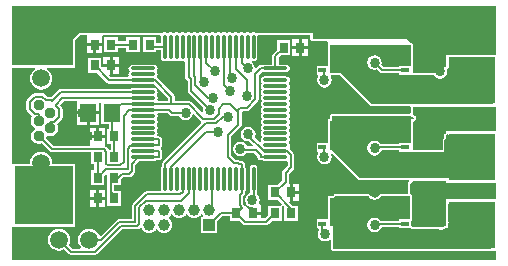
<source format=gtl>
G04 Layer_Physical_Order=1*
G04 Layer_Color=255*
%FSLAX24Y24*%
%MOIN*%
G70*
G01*
G75*
%ADD10R,0.0315X0.0354*%
%ADD11R,0.0551X0.0591*%
%ADD12R,0.0256X0.0157*%
%ADD13R,0.0984X0.0965*%
%ADD14O,0.0118X0.0827*%
%ADD15O,0.0827X0.0118*%
%ADD16R,0.1969X0.1969*%
%ADD17R,0.1575X0.1575*%
%ADD18C,0.0060*%
%ADD19C,0.0080*%
%ADD20C,0.0080*%
%ADD21C,0.0394*%
%ADD22R,0.0394X0.0394*%
%ADD23R,0.0591X0.0591*%
%ADD24C,0.0591*%
%ADD25C,0.0370*%
%ADD26C,0.0340*%
G36*
X184486Y130198D02*
X182843D01*
Y129767D01*
X181831Y129734D01*
X181778Y129682D01*
X181732Y129701D01*
Y130522D01*
X181728Y130526D01*
X181723Y130549D01*
X181708Y130572D01*
X181685Y130588D01*
X181662Y130592D01*
X181535Y130718D01*
X178386D01*
Y130915D01*
X176502D01*
X176468Y130939D01*
X176417Y130949D01*
X176367Y130939D01*
X176332Y130915D01*
X176305D01*
X176271Y130939D01*
X176220Y130949D01*
X176170Y130939D01*
X176135Y130915D01*
X176109D01*
X176074Y130939D01*
X176024Y130949D01*
X175973Y130939D01*
X175939Y130915D01*
X175912D01*
X175877Y130939D01*
X175827Y130949D01*
X175776Y130939D01*
X175742Y130915D01*
X175715D01*
X175680Y130939D01*
X175630Y130949D01*
X175580Y130939D01*
X175545Y130915D01*
X175518D01*
X175483Y130939D01*
X175433Y130949D01*
X175383Y130939D01*
X175348Y130915D01*
X175321D01*
X175287Y130939D01*
X175236Y130949D01*
X175186Y130939D01*
X175151Y130915D01*
X175124D01*
X175090Y130939D01*
X175039Y130949D01*
X174989Y130939D01*
X174954Y130915D01*
X174928D01*
X174893Y130939D01*
X174843Y130949D01*
X174792Y130939D01*
X174758Y130915D01*
X174731D01*
X174696Y130939D01*
X174646Y130949D01*
X174595Y130939D01*
X174561Y130915D01*
X174534D01*
X174499Y130939D01*
X174449Y130949D01*
X174398Y130939D01*
X174364Y130915D01*
X174337D01*
X174302Y130939D01*
X174252Y130949D01*
X174202Y130939D01*
X174167Y130915D01*
X174140D01*
X174105Y130939D01*
X174055Y130949D01*
X174005Y130939D01*
X173970Y130915D01*
X173943D01*
X173909Y130939D01*
X173858Y130949D01*
X173808Y130939D01*
X173773Y130915D01*
X173746D01*
X173712Y130939D01*
X173661Y130949D01*
X173611Y130939D01*
X173576Y130915D01*
X173550D01*
X173515Y130939D01*
X173465Y130949D01*
X173414Y130939D01*
X173380Y130915D01*
X170610D01*
X170315Y130620D01*
X169921D01*
Y129833D01*
X168370D01*
Y131805D01*
X184486D01*
Y130198D01*
D02*
G37*
G36*
X181634Y124701D02*
X181273D01*
Y124654D01*
X180650D01*
X180626Y124691D01*
X180546Y124744D01*
X180453Y124762D01*
X180359Y124744D01*
X180280Y124691D01*
X180227Y124611D01*
X180208Y124518D01*
X180227Y124424D01*
X180280Y124345D01*
X180359Y124292D01*
X180453Y124273D01*
X180546Y124292D01*
X180626Y124345D01*
X180679Y124424D01*
X180684Y124450D01*
X181273D01*
Y124403D01*
X181657D01*
Y124384D01*
X182578D01*
X182580Y124382D01*
X182673Y124364D01*
X182767Y124382D01*
X182769Y124384D01*
X182782D01*
Y124392D01*
X182822Y124419D01*
X182913D01*
Y124585D01*
X182918Y124609D01*
X182913Y124632D01*
Y125207D01*
X184390D01*
Y123829D01*
X184291Y123730D01*
X179075D01*
Y125404D01*
X179140Y125469D01*
X180252D01*
X180280Y125427D01*
X180359Y125374D01*
X180453Y125356D01*
X180546Y125374D01*
X180626Y125427D01*
X180653Y125469D01*
X181634D01*
Y124701D01*
D02*
G37*
G36*
X181761Y128096D02*
X181749Y128047D01*
X181657D01*
Y127260D01*
X181273D01*
Y127213D01*
X180650D01*
X180626Y127250D01*
X180546Y127303D01*
X180453Y127321D01*
X180359Y127303D01*
X180280Y127250D01*
X180227Y127170D01*
X180208Y127077D01*
X180227Y126983D01*
X180280Y126904D01*
X180359Y126851D01*
X180453Y126832D01*
X180546Y126851D01*
X180626Y126904D01*
X180679Y126983D01*
X180684Y127009D01*
X181273D01*
Y126962D01*
X181657D01*
Y126943D01*
X182782D01*
Y127345D01*
X182820Y127401D01*
X182838Y127495D01*
X182836Y127508D01*
X182875Y127539D01*
X183012Y127470D01*
X184390D01*
Y126093D01*
X179961D01*
X178976Y127077D01*
Y127976D01*
X179004Y127981D01*
X179027Y127997D01*
X179042Y128020D01*
X179048Y128047D01*
Y128159D01*
X181634D01*
X181761Y128096D01*
D02*
G37*
G36*
X181657Y129819D02*
X181273D01*
Y129772D01*
X180756D01*
X180681Y129847D01*
X180697Y129931D01*
X180679Y130025D01*
X180626Y130104D01*
X180546Y130157D01*
X180453Y130176D01*
X180359Y130157D01*
X180280Y130104D01*
X180227Y130025D01*
X180208Y129931D01*
X180227Y129837D01*
X180280Y129758D01*
X180359Y129705D01*
X180453Y129686D01*
X180537Y129703D01*
X180641Y129598D01*
X180675Y129576D01*
X180714Y129568D01*
X181273D01*
Y129522D01*
X181657D01*
Y129502D01*
X182439D01*
X182465Y129463D01*
X182544Y129410D01*
X182638Y129391D01*
X182731Y129410D01*
X182811Y129463D01*
X182864Y129542D01*
X182882Y129636D01*
X182873Y129684D01*
X182914Y129734D01*
X184390D01*
Y128553D01*
X180354D01*
X179567Y129341D01*
X178976Y129931D01*
Y130522D01*
X181657D01*
Y129819D01*
D02*
G37*
G36*
X184486Y127639D02*
X182843D01*
Y127601D01*
X182843Y127601D01*
X182832Y127595D01*
X182792Y127565D01*
X182785Y127556D01*
X182776Y127548D01*
X182775Y127546D01*
X182774Y127544D01*
X182770Y127533D01*
X182766Y127522D01*
Y127520D01*
X182765Y127518D01*
X182766Y127506D01*
Y127496D01*
X182752Y127429D01*
X182722Y127384D01*
X182720Y127378D01*
X182716Y127372D01*
X182714Y127365D01*
X182712Y127359D01*
Y127352D01*
X182710Y127345D01*
Y127014D01*
X181732D01*
Y127937D01*
X181761Y127977D01*
X181768Y127980D01*
X181777Y127981D01*
X181781Y127985D01*
X181787Y127987D01*
X181793Y127992D01*
X181800Y127997D01*
X181803Y128002D01*
X181807Y128006D01*
X181811Y128013D01*
X181815Y128020D01*
X181816Y128026D01*
X181819Y128031D01*
X181830Y128080D01*
X181830Y128085D01*
X181832Y128091D01*
X181831Y128099D01*
X181831Y128107D01*
X181829Y128113D01*
X181828Y128119D01*
X181824Y128126D01*
X181821Y128134D01*
X181817Y128138D01*
X181815Y128143D01*
X181808Y128148D01*
X181802Y128154D01*
X181797Y128156D01*
X181793Y128160D01*
X181732Y128190D01*
Y128455D01*
X184486D01*
Y127639D01*
D02*
G37*
G36*
X178314Y130718D02*
X178320Y130691D01*
X178335Y130668D01*
X178359Y130653D01*
X178386Y130647D01*
X178879D01*
X178901Y130606D01*
Y130571D01*
Y129819D01*
X178518D01*
Y129522D01*
X178552D01*
X178578Y129472D01*
X178553Y129434D01*
X178535Y129341D01*
X178553Y129247D01*
X178607Y129167D01*
X178686Y129114D01*
X178780Y129096D01*
X178873Y129114D01*
X178953Y129167D01*
X179006Y129247D01*
X179024Y129341D01*
X179006Y129434D01*
X178990Y129458D01*
X179013Y129502D01*
X179305D01*
X179516Y129290D01*
X180304Y128503D01*
X180327Y128487D01*
X180354Y128482D01*
X181639D01*
X181661Y128455D01*
Y128276D01*
X181650Y128254D01*
X181634Y128231D01*
X179048D01*
X179020Y128225D01*
X178997Y128210D01*
X178982Y128187D01*
X178976Y128159D01*
Y128047D01*
X178901D01*
Y127260D01*
X178518D01*
Y126962D01*
X178552D01*
X178578Y126912D01*
X178553Y126875D01*
X178535Y126782D01*
X178553Y126688D01*
X178606Y126608D01*
X178686Y126555D01*
X178780Y126537D01*
X178873Y126555D01*
X178874Y126556D01*
X178926Y126591D01*
D01*
X178953Y126608D01*
X179006Y126688D01*
X179024Y126782D01*
X179006Y126875D01*
X179004Y126877D01*
X179043Y126909D01*
X179910Y126042D01*
X179933Y126027D01*
X179961Y126021D01*
X181593D01*
X181612Y125975D01*
X181583Y125946D01*
X181568Y125923D01*
X181562Y125896D01*
Y125540D01*
X180653D01*
X180646Y125539D01*
X180639D01*
X180633Y125536D01*
X180626Y125535D01*
X180620Y125531D01*
X180614Y125528D01*
X180609Y125523D01*
X180603Y125519D01*
X180599Y125513D01*
X180594Y125508D01*
X180574Y125479D01*
X180519Y125442D01*
X180453Y125428D01*
X180387Y125442D01*
X180331Y125479D01*
X180312Y125508D01*
X180307Y125513D01*
X180303Y125519D01*
X180297Y125523D01*
X180292Y125528D01*
X180285Y125531D01*
X180279Y125535D01*
X180273Y125536D01*
X180266Y125539D01*
X180259D01*
X180252Y125540D01*
X179140D01*
X179113Y125535D01*
X179089Y125519D01*
X179059Y125488D01*
X178901D01*
Y124701D01*
X178518D01*
Y124419D01*
Y124403D01*
X178576D01*
X178595Y124353D01*
X178570Y124316D01*
X178551Y124222D01*
X178570Y124129D01*
X178623Y124049D01*
X178702Y123996D01*
X178796Y123978D01*
X178890Y123996D01*
X178953Y124039D01*
X179003Y124018D01*
Y123730D01*
X179009Y123703D01*
X179024Y123680D01*
X179047Y123664D01*
X179075Y123659D01*
X184291D01*
X184298Y123660D01*
X184486D01*
Y123361D01*
X168370D01*
Y124400D01*
X168375Y124448D01*
X168420Y124448D01*
X170483D01*
Y126556D01*
X169732D01*
X169707Y126585D01*
X169694Y126680D01*
X169658Y126769D01*
X169599Y126845D01*
X169523Y126904D01*
X169434Y126941D01*
X169339Y126953D01*
X169243Y126941D01*
X169154Y126904D01*
X169078Y126845D01*
X169020Y126769D01*
X168983Y126680D01*
X168970Y126585D01*
X168945Y126556D01*
X168375Y126556D01*
X168370Y126604D01*
Y129761D01*
X169132D01*
X169137Y129751D01*
X169145Y129711D01*
X169078Y129660D01*
X169020Y129584D01*
X168983Y129495D01*
X168970Y129400D01*
X168983Y129304D01*
X169020Y129215D01*
X169078Y129139D01*
X169154Y129081D01*
X169243Y129044D01*
X169339Y129031D01*
X169434Y129044D01*
X169523Y129081D01*
X169599Y129139D01*
X169658Y129215D01*
X169694Y129304D01*
X169707Y129400D01*
X169694Y129495D01*
X169658Y129584D01*
X169599Y129660D01*
X169532Y129711D01*
X169540Y129751D01*
X169545Y129761D01*
X169921D01*
X169928Y129763D01*
X170483D01*
Y130688D01*
X170640Y130844D01*
X170853D01*
X170865Y130799D01*
X170865Y130794D01*
Y130572D01*
X171122D01*
X171380D01*
Y130794D01*
X171380Y130799D01*
X171391Y130844D01*
X173311D01*
X173333Y130817D01*
Y130575D01*
X173180D01*
Y130769D01*
X172725D01*
Y130274D01*
X173180D01*
Y130350D01*
X173333D01*
Y130108D01*
X173343Y130058D01*
X173372Y130015D01*
X173414Y129987D01*
X173465Y129977D01*
X173515Y129987D01*
X173523Y129992D01*
X173563Y130012D01*
X173603Y129992D01*
X173611Y129987D01*
X173661Y129977D01*
X173712Y129987D01*
X173720Y129992D01*
X173760Y130012D01*
X173799Y129992D01*
X173808Y129987D01*
X173858Y129977D01*
X173909Y129987D01*
X173917Y129992D01*
X173957Y130012D01*
X173996Y129992D01*
X174005Y129987D01*
X174055Y129977D01*
X174090Y129984D01*
X174140Y129954D01*
Y129453D01*
X174140Y129453D01*
X174148Y129410D01*
X174173Y129374D01*
X174218Y129328D01*
Y128987D01*
X174218Y128987D01*
X174227Y128944D01*
X174251Y128907D01*
X174741Y128418D01*
X174726Y128346D01*
X174735Y128302D01*
X174689Y128277D01*
X174349Y128617D01*
X174312Y128641D01*
X174270Y128650D01*
X174270Y128650D01*
X173789D01*
Y128797D01*
X173789Y128797D01*
X173780Y128840D01*
X173756Y128876D01*
X173756Y128876D01*
X173212Y129420D01*
X173209Y129482D01*
X173212Y129487D01*
X173222Y129537D01*
X173212Y129588D01*
X173206Y129596D01*
X173186Y129636D01*
X173206Y129675D01*
X173212Y129684D01*
X173222Y129734D01*
X173212Y129785D01*
X173184Y129827D01*
X173141Y129856D01*
X173091Y129866D01*
X172382D01*
X172332Y129856D01*
X172289Y129827D01*
X172260Y129785D01*
X172250Y129734D01*
X172260Y129684D01*
X172266Y129675D01*
X172286Y129636D01*
X172266Y129596D01*
X172260Y129588D01*
X172250Y129537D01*
X172257Y129503D01*
X172228Y129453D01*
X171661D01*
X171604Y129509D01*
X171623Y129556D01*
X171623D01*
Y129783D01*
X171377D01*
X171366Y129777D01*
X171350Y129789D01*
Y130080D01*
X170895D01*
Y129586D01*
X171211D01*
X171535Y129261D01*
X171535Y129261D01*
X171571Y129237D01*
X171614Y129228D01*
X171614Y129228D01*
X172317D01*
X172332Y129219D01*
X172382Y129209D01*
X173091D01*
X173103Y129211D01*
X173565Y128750D01*
Y128665D01*
X173245D01*
X173215Y128715D01*
X173222Y128750D01*
X173212Y128800D01*
X173184Y128843D01*
Y128854D01*
X173212Y128897D01*
X173222Y128947D01*
X173212Y128997D01*
X173184Y129040D01*
X173141Y129068D01*
X173091Y129078D01*
X172382D01*
X172332Y129068D01*
X172317Y129059D01*
X169992D01*
X169992Y129059D01*
X169949Y129050D01*
X169912Y129026D01*
X169912Y129026D01*
X169669Y128783D01*
X169549D01*
X169453Y128878D01*
X169417Y128903D01*
X169374Y128911D01*
X169374Y128911D01*
X169130D01*
X169130Y128911D01*
X169087Y128903D01*
X169051Y128878D01*
X168878Y128705D01*
X168853Y128669D01*
X168845Y128626D01*
X168845Y128626D01*
Y128382D01*
X168845Y128382D01*
X168853Y128339D01*
X168878Y128302D01*
X169042Y128138D01*
X169012Y128092D01*
X168992Y127992D01*
X169012Y127893D01*
X169068Y127808D01*
X169134Y127764D01*
Y127708D01*
X169068Y127664D01*
X169012Y127580D01*
X168992Y127480D01*
X169012Y127381D01*
X169068Y127296D01*
X169152Y127240D01*
X169252Y127220D01*
X169351Y127240D01*
X169361Y127247D01*
X169622Y126987D01*
X169655Y126964D01*
X169694Y126957D01*
X170993D01*
Y126534D01*
X171108D01*
Y126340D01*
X170993D01*
Y125845D01*
X171448D01*
Y126159D01*
X171498Y126209D01*
X171544Y126190D01*
Y125997D01*
X171539Y125972D01*
X171539Y125972D01*
Y125623D01*
X171539Y125623D01*
X171544Y125598D01*
Y125156D01*
X171999D01*
Y125651D01*
X171782D01*
X171782Y125651D01*
X171763Y125669D01*
Y125845D01*
X171999D01*
Y126043D01*
X172073Y126118D01*
X172281D01*
X172281Y126118D01*
X172324Y126126D01*
X172360Y126150D01*
X172442Y126232D01*
X172466Y126269D01*
X172475Y126312D01*
X172475Y126312D01*
Y126519D01*
X172606Y126650D01*
X173091D01*
X173141Y126660D01*
X173170Y126680D01*
X173268D01*
X173307Y126687D01*
X173340Y126709D01*
X173362Y126742D01*
X173370Y126782D01*
Y126978D01*
X173362Y127017D01*
X173340Y127050D01*
Y127103D01*
X173362Y127136D01*
X173370Y127175D01*
Y127372D01*
X173362Y127411D01*
X173340Y127444D01*
X173307Y127466D01*
X173268Y127474D01*
X173242D01*
X173216Y127513D01*
X173213Y127524D01*
X173222Y127569D01*
X173212Y127619D01*
X173206Y127628D01*
X173186Y127667D01*
X173206Y127707D01*
X173212Y127715D01*
X173222Y127766D01*
X173212Y127816D01*
X173184Y127859D01*
Y127870D01*
X173212Y127912D01*
X173222Y127963D01*
X173212Y128013D01*
X173184Y128056D01*
Y128066D01*
X173212Y128109D01*
X173222Y128159D01*
X173213Y128204D01*
X173216Y128215D01*
X173242Y128254D01*
X173554D01*
X173623Y128186D01*
X173656Y128164D01*
X173695Y128156D01*
X173933D01*
X173981Y128085D01*
X174060Y128032D01*
X174154Y128013D01*
X174247Y128032D01*
X174327Y128085D01*
X174380Y128164D01*
X174387Y128200D01*
X174435Y128214D01*
X174662Y127987D01*
X174662Y127987D01*
X174669Y127982D01*
X174678Y127919D01*
X173385Y126627D01*
X173361Y126590D01*
X173352Y126548D01*
X173352Y126548D01*
Y126472D01*
X173343Y126458D01*
X173333Y126407D01*
Y125699D01*
X173334Y125692D01*
X173293Y125642D01*
X172859D01*
X172820Y125634D01*
X172787Y125612D01*
X172408Y125233D01*
X172386Y125200D01*
X172378Y125161D01*
Y124718D01*
X171936D01*
X171897Y124710D01*
X171864Y124688D01*
X171332Y124157D01*
X171273Y124169D01*
X171256Y124210D01*
X171198Y124286D01*
X171121Y124345D01*
X171032Y124381D01*
X170937Y124394D01*
X170842Y124381D01*
X170753Y124345D01*
X170676Y124286D01*
X170618Y124210D01*
X170581Y124121D01*
X170569Y124026D01*
X170581Y123930D01*
X170618Y123841D01*
X170663Y123782D01*
X170641Y123732D01*
X170375D01*
X170259Y123848D01*
X170293Y123930D01*
X170305Y124026D01*
X170293Y124121D01*
X170256Y124210D01*
X170198Y124286D01*
X170121Y124345D01*
X170032Y124381D01*
X169937Y124394D01*
X169842Y124381D01*
X169753Y124345D01*
X169676Y124286D01*
X169618Y124210D01*
X169581Y124121D01*
X169569Y124026D01*
X169581Y123930D01*
X169618Y123841D01*
X169676Y123765D01*
X169753Y123707D01*
X169842Y123670D01*
X169937Y123657D01*
X170032Y123670D01*
X170115Y123704D01*
X170260Y123558D01*
X170293Y123536D01*
X170332Y123528D01*
X171134D01*
X171173Y123536D01*
X171206Y123558D01*
X172030Y124383D01*
X172546D01*
X172585Y124391D01*
X172618Y124413D01*
X172635Y124430D01*
X172694Y124418D01*
X172708Y124383D01*
X172751Y124327D01*
X172806Y124285D01*
X172871Y124258D01*
X172941Y124249D01*
X173011Y124258D01*
X173076Y124285D01*
X173131Y124327D01*
X173161Y124366D01*
X173171Y124370D01*
X173211D01*
X173221Y124366D01*
X173251Y124327D01*
X173306Y124285D01*
X173371Y124258D01*
X173441Y124249D01*
X173511Y124258D01*
X173576Y124285D01*
X173631Y124327D01*
X173674Y124383D01*
X173701Y124448D01*
X173710Y124518D01*
X173701Y124587D01*
X173674Y124652D01*
X173631Y124708D01*
X173593Y124738D01*
X173589Y124748D01*
Y124788D01*
X173593Y124798D01*
X173631Y124827D01*
X173661Y124866D01*
X173671Y124870D01*
X173711D01*
X173721Y124866D01*
X173751Y124827D01*
X173806Y124785D01*
X173871Y124758D01*
X173941Y124749D01*
X174011Y124758D01*
X174076Y124785D01*
X174131Y124827D01*
X174161Y124866D01*
X174171Y124870D01*
X174211D01*
X174221Y124866D01*
X174251Y124827D01*
X174306Y124785D01*
X174371Y124758D01*
X174441Y124749D01*
X174511Y124758D01*
X174576Y124785D01*
X174631Y124827D01*
X174661Y124866D01*
X174671Y124870D01*
X174711D01*
X174721Y124866D01*
X174745Y124835D01*
X174738Y124807D01*
X174724Y124785D01*
X174674D01*
Y124251D01*
X175208D01*
Y124640D01*
X175377Y124809D01*
X175619D01*
Y124664D01*
X175935D01*
X176054Y124545D01*
X176091Y124521D01*
X176134Y124512D01*
X176134Y124512D01*
X176839D01*
X176839Y124512D01*
X176882Y124521D01*
X176918Y124545D01*
X177037Y124664D01*
X177353D01*
Y125144D01*
X177399Y125168D01*
X177450Y125118D01*
Y124664D01*
X177905D01*
Y125159D01*
X177726D01*
X177608Y125277D01*
X177627Y125323D01*
X177627D01*
Y125600D01*
Y125878D01*
X177623D01*
X177611Y125891D01*
X177591Y125928D01*
X177597Y125959D01*
X177597Y125959D01*
Y126209D01*
D01*
X177748Y126360D01*
X177748Y126360D01*
X177773Y126396D01*
X177781Y126439D01*
X177781Y126439D01*
Y126852D01*
X177781Y126852D01*
X177773Y126894D01*
X177748Y126931D01*
X177622Y127058D01*
X177618Y127120D01*
X177622Y127125D01*
X177632Y127175D01*
X177622Y127226D01*
X177616Y127234D01*
X177596Y127274D01*
X177616Y127313D01*
X177622Y127322D01*
X177632Y127372D01*
X177622Y127422D01*
X177593Y127465D01*
Y127476D01*
D01*
X177622Y127519D01*
X177632Y127569D01*
X177622Y127619D01*
X177616Y127628D01*
X177596Y127667D01*
X177616Y127707D01*
X177622Y127715D01*
X177632Y127766D01*
X177622Y127816D01*
X177593Y127859D01*
Y127870D01*
X177622Y127912D01*
X177632Y127963D01*
X177622Y128013D01*
X177593Y128056D01*
Y128066D01*
X177604Y128083D01*
X177622Y128109D01*
X177632Y128159D01*
X177622Y128210D01*
X177616Y128218D01*
X177596Y128258D01*
X177605Y128276D01*
X177616Y128297D01*
X177622Y128306D01*
X177632Y128356D01*
X177622Y128407D01*
X177593Y128449D01*
Y128460D01*
X177622Y128503D01*
X177632Y128553D01*
X177622Y128604D01*
X177616Y128612D01*
X177596Y128652D01*
X177616Y128691D01*
X177622Y128700D01*
X177632Y128750D01*
X177622Y128800D01*
X177593Y128843D01*
Y128854D01*
X177608Y128876D01*
X177622Y128897D01*
X177632Y128947D01*
X177622Y128997D01*
X177593Y129040D01*
Y129051D01*
D01*
X177622Y129093D01*
X177632Y129144D01*
X177622Y129194D01*
X177616Y129203D01*
X177596Y129242D01*
X177605Y129261D01*
X177616Y129282D01*
X177622Y129290D01*
X177632Y129341D01*
X177622Y129391D01*
X177593Y129434D01*
X177550Y129462D01*
X177500Y129472D01*
X176791D01*
X176741Y129462D01*
X176698Y129434D01*
X176670Y129391D01*
X176660Y129341D01*
X176670Y129290D01*
X176675Y129282D01*
X176696Y129242D01*
X176675Y129203D01*
X176670Y129194D01*
X176660Y129144D01*
X176670Y129093D01*
X176698Y129051D01*
Y129040D01*
X176670Y128997D01*
X176660Y128947D01*
X176670Y128897D01*
X176698Y128854D01*
Y128843D01*
X176670Y128800D01*
X176660Y128750D01*
X176670Y128700D01*
X176675Y128691D01*
X176696Y128652D01*
X176675Y128612D01*
X176670Y128604D01*
X176660Y128553D01*
X176670Y128503D01*
X176698Y128460D01*
Y128449D01*
X176670Y128407D01*
X176660Y128356D01*
X176670Y128306D01*
X176675Y128297D01*
X176696Y128258D01*
X176675Y128218D01*
X176670Y128210D01*
X176660Y128159D01*
X176670Y128109D01*
X176698Y128066D01*
Y128056D01*
X176670Y128013D01*
X176660Y127963D01*
X176670Y127912D01*
X176698Y127870D01*
Y127859D01*
X176670Y127816D01*
X176660Y127766D01*
X176670Y127715D01*
X176675Y127707D01*
X176696Y127667D01*
X176675Y127628D01*
X176670Y127619D01*
X176660Y127569D01*
X176670Y127519D01*
X176698Y127476D01*
Y127465D01*
X176670Y127422D01*
X176660Y127372D01*
X176670Y127322D01*
X176675Y127313D01*
X176677Y127311D01*
X176666Y127291D01*
X176604Y127282D01*
X176452Y127434D01*
X176467Y127455D01*
X176485Y127549D01*
X176467Y127642D01*
X176414Y127722D01*
X176334Y127775D01*
X176241Y127793D01*
X176147Y127775D01*
X176068Y127722D01*
X176015Y127642D01*
X175996Y127549D01*
X176015Y127455D01*
X176068Y127376D01*
X176147Y127323D01*
X176241Y127304D01*
X176261Y127308D01*
X176388Y127181D01*
X176369Y127134D01*
X176209D01*
X176208Y127140D01*
X176155Y127220D01*
X176076Y127273D01*
X175982Y127292D01*
X175888Y127273D01*
X175809Y127220D01*
X175756Y127140D01*
X175737Y127047D01*
X175756Y126953D01*
X175809Y126874D01*
X175888Y126821D01*
X175982Y126802D01*
X176076Y126821D01*
X176155Y126874D01*
X176179Y126910D01*
X176447D01*
X176545Y126812D01*
Y126782D01*
X176554Y126739D01*
X176578Y126702D01*
X176614Y126678D01*
X176657Y126669D01*
X176727D01*
X176741Y126660D01*
X176791Y126650D01*
X177500D01*
X177507Y126651D01*
X177557Y126610D01*
Y126486D01*
X177405Y126334D01*
X177381Y126298D01*
X177373Y126255D01*
X177373Y126255D01*
Y126006D01*
X177215Y125848D01*
X176898D01*
Y125353D01*
X177215D01*
X177363Y125205D01*
X177338Y125159D01*
X177310Y125159D01*
X176898D01*
Y124843D01*
X176792Y124736D01*
X176655D01*
Y124861D01*
X176398D01*
Y124961D01*
X176655D01*
Y125189D01*
X176618D01*
X176594Y125233D01*
X176608Y125253D01*
X176627Y125347D01*
X176608Y125440D01*
X176555Y125520D01*
X176529Y125537D01*
Y125634D01*
X176539Y125648D01*
X176549Y125699D01*
Y126407D01*
X176539Y126458D01*
X176510Y126501D01*
X176468Y126529D01*
X176417Y126539D01*
X176367Y126529D01*
X176324Y126501D01*
X176296Y126458D01*
X176286Y126407D01*
Y125699D01*
X176296Y125648D01*
X176305Y125634D01*
Y125576D01*
X176288Y125573D01*
X176209Y125520D01*
X176156Y125440D01*
X176137Y125347D01*
X176156Y125253D01*
X176170Y125233D01*
X176166Y125227D01*
X176140Y125189D01*
X176090Y125189D01*
X176064Y125215D01*
Y125478D01*
X176103Y125517D01*
X176103Y125517D01*
X176127Y125554D01*
X176136Y125597D01*
X176136Y125597D01*
Y125634D01*
X176145Y125648D01*
X176155Y125699D01*
Y126407D01*
X176145Y126458D01*
X176136Y126472D01*
Y126548D01*
X176127Y126591D01*
X176103Y126627D01*
X176067Y126651D01*
X176024Y126660D01*
X175970D01*
X175940Y126680D01*
X175897Y126689D01*
X175897Y126689D01*
X175811D01*
X175664Y126836D01*
Y127462D01*
X175989Y127787D01*
X175989Y127787D01*
X176014Y127824D01*
X176022Y127866D01*
X176022Y127866D01*
Y128275D01*
X176022Y128275D01*
X176065Y128316D01*
X176188D01*
X176188Y128316D01*
X176230Y128325D01*
X176267Y128349D01*
X176552Y128634D01*
X176552Y128634D01*
X176576Y128670D01*
X176584Y128713D01*
X176584Y128713D01*
Y129509D01*
X176698Y129622D01*
X176727D01*
X176741Y129613D01*
X176791Y129603D01*
X177500D01*
X177550Y129613D01*
X177593Y129641D01*
X177622Y129684D01*
X177632Y129734D01*
X177622Y129785D01*
X177593Y129827D01*
X177550Y129856D01*
X177500Y129866D01*
X177258D01*
Y130101D01*
X177333Y130176D01*
X177649D01*
Y130620D01*
Y130670D01*
X177194D01*
Y130354D01*
X177066Y130227D01*
X177042Y130191D01*
X177034Y130148D01*
X177034Y130148D01*
Y129866D01*
X176791D01*
X176741Y129856D01*
X176727Y129846D01*
X176651D01*
X176651Y129846D01*
X176608Y129838D01*
X176572Y129814D01*
X176572Y129814D01*
X176512Y129754D01*
X176458Y129770D01*
X176447Y129828D01*
X176394Y129907D01*
X176358Y129931D01*
X176355Y129978D01*
X176367Y129987D01*
X176417Y129977D01*
X176468Y129987D01*
X176510Y130015D01*
X176539Y130058D01*
X176549Y130108D01*
Y130817D01*
X176571Y130844D01*
X178314D01*
Y130718D01*
D02*
G37*
G36*
X182843Y125924D02*
X184486D01*
Y125375D01*
X182843D01*
Y125214D01*
X182842Y125207D01*
Y124632D01*
X182843Y124625D01*
Y124618D01*
X182843Y124618D01*
Y124599D01*
X182843Y124599D01*
Y124592D01*
X182842Y124585D01*
Y124491D01*
X182822D01*
X182815Y124489D01*
X182808D01*
X182802Y124487D01*
X182795Y124485D01*
X182789Y124481D01*
X182782Y124479D01*
X182742Y124452D01*
X182740Y124450D01*
X182673Y124437D01*
X182596Y124452D01*
X182592Y124454D01*
X182585D01*
X182578Y124455D01*
X181706D01*
X181685Y124469D01*
X181669Y124472D01*
Y124640D01*
X181684Y124650D01*
X181700Y124674D01*
X181705Y124701D01*
Y125469D01*
X181700Y125496D01*
X181684Y125519D01*
X181661Y125535D01*
X181634Y125540D01*
Y125896D01*
X181732Y125994D01*
X182843D01*
Y125924D01*
D02*
G37*
G36*
X170530Y128308D02*
X170906D01*
X171281D01*
Y128596D01*
X171297Y128607D01*
X171347Y128580D01*
Y127893D01*
X171591D01*
Y127718D01*
X171544D01*
Y127223D01*
X171670D01*
Y127029D01*
X171591D01*
X171586Y127036D01*
X171491Y127131D01*
X171473Y127143D01*
X171478Y127193D01*
X171478Y127196D01*
Y127420D01*
X171220D01*
X170963D01*
Y127211D01*
X170963Y127193D01*
X170927Y127161D01*
X169736D01*
X169496Y127400D01*
X169508Y127461D01*
X169520Y127472D01*
X169551Y127491D01*
X169560Y127493D01*
X169646Y127476D01*
X169745Y127496D01*
X169830Y127552D01*
X169886Y127637D01*
X169906Y127736D01*
X169886Y127836D01*
X169855Y127882D01*
X170020Y128047D01*
X170044Y128083D01*
X170053Y128126D01*
X170053Y128126D01*
Y128370D01*
X170053Y128370D01*
X170044Y128413D01*
X170020Y128449D01*
X169964Y128506D01*
X170096Y128638D01*
X170530D01*
Y128308D01*
D02*
G37*
%LPC*%
G36*
X171170Y127748D02*
X170963D01*
Y127520D01*
X171170D01*
Y127748D01*
D02*
G37*
G36*
X177935Y125550D02*
X177727D01*
Y125323D01*
X177935D01*
Y125550D01*
D02*
G37*
G36*
X171478Y125354D02*
X171270D01*
Y125126D01*
X171478D01*
Y125354D01*
D02*
G37*
G36*
X171170D02*
X170963D01*
Y125126D01*
X171170D01*
Y125354D01*
D02*
G37*
G36*
X177935Y125878D02*
X177727D01*
Y125650D01*
X177935D01*
Y125878D01*
D02*
G37*
G36*
X171478Y125681D02*
X171270D01*
Y125454D01*
X171478D01*
Y125681D01*
D02*
G37*
G36*
X171170D02*
X170963D01*
Y125454D01*
X171170D01*
Y125681D01*
D02*
G37*
G36*
X171478Y127748D02*
X171270D01*
Y127520D01*
X171478D01*
Y127748D01*
D02*
G37*
G36*
X171380Y130472D02*
X171172D01*
Y130244D01*
X171380D01*
Y130472D01*
D02*
G37*
G36*
X171072D02*
X170865D01*
Y130244D01*
X171072D01*
Y130472D01*
D02*
G37*
G36*
X178230Y130373D02*
X178022D01*
Y130146D01*
X178230D01*
Y130373D01*
D02*
G37*
G36*
X172629Y130769D02*
X172174D01*
Y130634D01*
X171901D01*
Y130769D01*
X171446D01*
Y130274D01*
X171901D01*
Y130409D01*
X172174D01*
Y130274D01*
X172629D01*
Y130769D01*
D02*
G37*
G36*
X178230Y130700D02*
X178022D01*
Y130473D01*
X178230D01*
Y130700D01*
D02*
G37*
G36*
X177922D02*
X177715D01*
Y130620D01*
Y130473D01*
X177922D01*
Y130700D01*
D02*
G37*
G36*
X171931Y129783D02*
X171723D01*
Y129556D01*
X171931D01*
Y129783D01*
D02*
G37*
G36*
X171281Y128208D02*
X170956D01*
Y127863D01*
X171281D01*
Y128208D01*
D02*
G37*
G36*
X170856D02*
X170530D01*
Y127863D01*
X170856D01*
Y128208D01*
D02*
G37*
G36*
X177922Y130373D02*
X177715D01*
Y130146D01*
X177922D01*
Y130373D01*
D02*
G37*
G36*
X171931Y130110D02*
X171723D01*
Y129883D01*
X171931D01*
Y130110D01*
D02*
G37*
G36*
X171623D02*
X171416D01*
Y129883D01*
X171623D01*
Y130110D01*
D02*
G37*
%LPD*%
D10*
X171122Y129833D02*
D03*
X171673D02*
D03*
X171220Y127470D02*
D03*
X171772D02*
D03*
X177126Y125600D02*
D03*
X177677D02*
D03*
X171220Y126093D02*
D03*
X171772D02*
D03*
X175846Y124911D02*
D03*
X176398D02*
D03*
X177972Y130423D02*
D03*
X177421D02*
D03*
X172402Y130522D02*
D03*
X172953D02*
D03*
X171772Y126781D02*
D03*
X171220D02*
D03*
X171220Y125404D02*
D03*
X171772D02*
D03*
X177126Y124911D02*
D03*
X177677D02*
D03*
X171122Y130522D02*
D03*
X171673D02*
D03*
D11*
X170906Y128258D02*
D03*
X171693D02*
D03*
D12*
X178716Y130438D02*
D03*
Y130182D02*
D03*
Y129926D02*
D03*
Y129670D02*
D03*
X181471Y125320D02*
D03*
Y125064D02*
D03*
Y124808D02*
D03*
Y124552D02*
D03*
Y127879D02*
D03*
Y127623D02*
D03*
Y127367D02*
D03*
Y127111D02*
D03*
Y130438D02*
D03*
Y130182D02*
D03*
Y129926D02*
D03*
Y129670D02*
D03*
X178716Y125320D02*
D03*
Y125064D02*
D03*
Y124808D02*
D03*
Y124552D02*
D03*
Y127879D02*
D03*
Y127623D02*
D03*
Y127367D02*
D03*
Y127111D02*
D03*
D13*
X179464Y130054D02*
D03*
X182219Y124936D02*
D03*
Y127495D02*
D03*
Y130054D02*
D03*
X179464Y124936D02*
D03*
Y127495D02*
D03*
D14*
X173465Y130463D02*
D03*
X173661D02*
D03*
X173858D02*
D03*
X174055D02*
D03*
X174252D02*
D03*
X174449D02*
D03*
X174646D02*
D03*
X174843D02*
D03*
X175039D02*
D03*
X175236D02*
D03*
X175433D02*
D03*
X175630D02*
D03*
X175827D02*
D03*
X176024D02*
D03*
X176220D02*
D03*
X176417D02*
D03*
Y126053D02*
D03*
X176220D02*
D03*
X176024D02*
D03*
X175827D02*
D03*
X175630D02*
D03*
X175433D02*
D03*
X175236D02*
D03*
X175039D02*
D03*
X174843D02*
D03*
X174646D02*
D03*
X174449D02*
D03*
X174252D02*
D03*
X174055D02*
D03*
X173858D02*
D03*
X173661D02*
D03*
X173465D02*
D03*
D15*
X177146Y129734D02*
D03*
Y129537D02*
D03*
Y129341D02*
D03*
Y129144D02*
D03*
Y128947D02*
D03*
Y128750D02*
D03*
Y128553D02*
D03*
Y128356D02*
D03*
Y128159D02*
D03*
Y127963D02*
D03*
Y127766D02*
D03*
Y127569D02*
D03*
Y127372D02*
D03*
Y127175D02*
D03*
Y126978D02*
D03*
Y126782D02*
D03*
X172736D02*
D03*
Y126978D02*
D03*
Y127175D02*
D03*
Y127372D02*
D03*
Y127569D02*
D03*
Y127766D02*
D03*
Y127963D02*
D03*
Y128159D02*
D03*
Y128356D02*
D03*
Y128553D02*
D03*
Y128750D02*
D03*
Y128947D02*
D03*
Y129144D02*
D03*
Y129341D02*
D03*
Y129537D02*
D03*
Y129734D02*
D03*
D16*
X169429Y130817D02*
D03*
Y125502D02*
D03*
D17*
X183701Y129341D02*
D03*
Y126782D02*
D03*
Y124518D02*
D03*
D18*
X174055Y125630D02*
Y126053D01*
X173965Y125540D02*
X174055Y125630D01*
X172859Y125540D02*
X173965D01*
X174941Y124518D02*
X175335Y124911D01*
X175846D01*
X180714Y129670D02*
X181471D01*
X180453Y129931D02*
X180714Y129670D01*
X175874Y128331D02*
X175899Y128356D01*
X175854Y128331D02*
X175874D01*
X171693Y127549D02*
X171772Y127470D01*
Y126782D02*
X171772Y126781D01*
X179370Y127589D02*
X179464Y127495D01*
X179370Y127589D02*
Y127766D01*
X179272Y125128D02*
X179464Y124936D01*
X180453Y124518D02*
X180487Y124552D01*
X181471D01*
X183701Y126782D02*
Y127175D01*
X179272Y125128D02*
Y125207D01*
X179349Y127745D02*
X179370Y127766D01*
X179251Y125186D02*
X179272Y125207D01*
X172736Y128356D02*
X173596D01*
X173695Y128258D01*
X174252Y125578D02*
Y126053D01*
X173989Y125315D02*
X174252Y125578D01*
X169937Y124026D02*
X170332Y123630D01*
X171693Y127549D02*
Y128258D01*
X171772Y126782D02*
Y127470D01*
X172736Y127372D02*
X173268D01*
X173268Y127372D01*
Y127175D02*
Y127372D01*
X172736Y127175D02*
X173268D01*
X172736Y127175D02*
X172736Y127175D01*
X172736Y127137D02*
Y127175D01*
X171220Y126093D02*
X171237D01*
X171514Y126370D01*
X172316Y127137D02*
X172736D01*
X171514Y126370D02*
X172223D01*
Y127044D01*
X172316Y127137D01*
X169232Y127520D02*
Y127549D01*
Y127520D02*
X169694Y127059D01*
X171419D01*
X171514Y126964D01*
Y126563D02*
Y126964D01*
Y126563D02*
X171573Y126504D01*
X171971D01*
X172087Y126620D01*
Y128159D01*
X172283Y128356D01*
X172736D01*
X172736Y126978D02*
X173268D01*
X172736Y126978D02*
X172736Y126978D01*
X172736Y126782D02*
X173268D01*
Y126978D01*
X172818Y125315D02*
X173989D01*
X170332Y123630D02*
X171134D01*
X170937Y124026D02*
X171345D01*
X171936Y124616D01*
X173695Y128258D02*
X174154D01*
X172546Y124485D02*
X172612Y124551D01*
X171134Y123630D02*
X171988Y124485D01*
X172546D01*
X171936Y124616D02*
X172480D01*
X172612Y124551D02*
Y125108D01*
X172818Y125315D01*
X172480Y124616D02*
Y125161D01*
X172859Y125540D01*
X180487Y127111D02*
X181471D01*
X180453Y127077D02*
X180487Y127111D01*
D19*
X169696Y128651D02*
X169992Y128947D01*
X169130Y128209D02*
X169252D01*
X168957Y128382D02*
Y128626D01*
X169646Y127736D02*
Y127953D01*
X169768D01*
X169941Y128126D01*
X169992Y128947D02*
X172736D01*
X169675Y128671D02*
X169696Y128651D01*
X170049Y128750D02*
X172736D01*
X169823Y128524D02*
X170049Y128750D01*
X169374Y128799D02*
X169502Y128671D01*
X169675D01*
X168957Y128382D02*
X169130Y128209D01*
X168957Y128626D02*
X169130Y128799D01*
X169374D01*
X169252Y127992D02*
Y128209D01*
X169823Y128488D02*
X169941Y128370D01*
X169823Y128488D02*
Y128524D01*
X169941Y128126D02*
Y128370D01*
D20*
X174671Y129291D02*
Y130438D01*
X174646Y130463D02*
X174671Y130438D01*
X174330Y128987D02*
Y129375D01*
X174252Y129453D02*
Y130463D01*
Y129453D02*
X174330Y129375D01*
X174899Y128760D02*
X175079D01*
X174480Y129179D02*
X174899Y128760D01*
X174449Y129468D02*
Y130463D01*
X174480Y129179D02*
Y129437D01*
X174449Y129468D02*
X174480Y129437D01*
X174671Y129291D02*
X174764D01*
X174671Y129291D02*
X174671Y129291D01*
X174330Y128987D02*
X174971Y128346D01*
X175418Y130447D02*
X175433Y130463D01*
X175418Y129198D02*
Y130447D01*
Y129198D02*
X175630Y128986D01*
X175827Y129717D02*
X176191Y129353D01*
X175827Y129717D02*
Y130463D01*
X176191Y128839D02*
Y129353D01*
X176152Y128799D02*
X176191Y128839D01*
X176472Y129555D02*
X176651Y129734D01*
X176472Y128713D02*
Y129555D01*
X176749Y129537D02*
X177146D01*
X176622Y129411D02*
X176749Y129537D01*
X176622Y128680D02*
Y129411D01*
X176188Y128428D02*
X176472Y128713D01*
X175971Y128428D02*
X176188D01*
X175899Y128356D02*
X175971Y128428D01*
X176622Y128680D02*
X176651Y128652D01*
X176651D01*
X176622Y128623D02*
X176651Y128652D01*
X176622Y128367D02*
Y128623D01*
X175702Y127446D02*
X176622Y128367D01*
X175384Y128110D02*
X175551D01*
X175181Y127907D02*
X175384Y128110D01*
X183799Y124616D02*
Y124813D01*
X183701Y124518D02*
X183799Y124616D01*
X174839Y127627D02*
X175247D01*
X176241Y127487D02*
Y127549D01*
Y127487D02*
X176721Y127006D01*
X174824Y127907D02*
X175181D01*
X173465Y126548D02*
X174824Y127907D01*
X175087Y128066D02*
X175252Y128231D01*
X174741Y128066D02*
X175087D01*
X174270Y128538D02*
X174741Y128066D01*
X175252Y128231D02*
Y128374D01*
X173661Y126450D02*
X174839Y127627D01*
X175252Y128374D02*
X175416Y128538D01*
X175648D01*
X176382Y125347D02*
X176417Y125382D01*
X174843Y129931D02*
X175138Y129636D01*
X176024Y129931D02*
X176221Y129734D01*
X175630Y129439D02*
Y130463D01*
Y129439D02*
X175709Y129360D01*
X175648Y128538D02*
X175854Y128331D01*
X176024Y129931D02*
Y130463D01*
X177146Y129537D02*
X177542D01*
X177972Y129968D01*
Y130423D01*
X177146Y129734D02*
Y130148D01*
X177421Y130423D01*
X177146Y126978D02*
X177542D01*
X177126Y125600D02*
X177677Y125049D01*
Y124911D02*
Y125049D01*
X175846Y124911D02*
X176134Y124624D01*
X176839D01*
X177126Y124911D01*
X175846Y124911D02*
X176024Y125089D01*
X171988Y128553D02*
X172736D01*
X171693Y128258D02*
X171988Y128553D01*
X171220Y126093D02*
X171220Y126093D01*
Y126781D01*
X173677Y128536D02*
Y128797D01*
X173133Y129341D02*
X173677Y128797D01*
X176651Y129734D02*
X177146D01*
X173661Y126053D02*
Y126450D01*
X172736Y128553D02*
X173659D01*
X173677Y128536D01*
X172736Y129341D02*
X173133D01*
X176024Y130463D02*
X176024Y130463D01*
X175039Y125116D02*
Y126053D01*
X178716Y127111D02*
X178780Y127047D01*
X178780Y129341D02*
Y129606D01*
X178716Y129670D02*
X178780Y129606D01*
X177118Y127006D02*
X177146Y126978D01*
X175897Y126577D02*
X175926Y126548D01*
X176024Y126053D02*
Y126548D01*
X175926D02*
X176024D01*
X176220Y125581D02*
Y126053D01*
X176102Y125463D02*
X176220Y125581D01*
X176102Y125231D02*
Y125463D01*
Y125231D02*
X176266Y125067D01*
X176398D01*
Y124911D02*
Y125067D01*
X176024Y125089D02*
Y125097D01*
X175952Y125169D02*
X176024Y125097D01*
X175952Y125169D02*
Y125525D01*
X176024Y125597D01*
Y126053D01*
X176417Y125382D02*
Y126053D01*
X176657Y126782D02*
X177146D01*
X176657D02*
Y126858D01*
X176493Y127022D02*
X176657Y126858D01*
X182219Y127495D02*
X182593D01*
X177542Y126978D02*
X177669Y126852D01*
X178780Y126782D02*
Y127047D01*
X178716Y124306D02*
X178836Y124186D01*
X178716Y124306D02*
Y124552D01*
X177126Y125600D02*
X177485Y125959D01*
Y126255D01*
X177669Y126439D01*
Y126852D01*
X175702Y126851D02*
X175827Y126727D01*
X177002Y126191D02*
X177205D01*
X176451Y126742D02*
X177002Y126191D01*
X176220Y126053D02*
Y126682D01*
X175910Y127866D02*
Y128275D01*
X175854Y128331D02*
X175910Y128275D01*
X175765Y126577D02*
X175897D01*
X175552Y126789D02*
X175765Y126577D01*
X173465Y126053D02*
Y126548D01*
X173677Y128536D02*
X173679Y128538D01*
X174270D01*
X182366Y124916D02*
X182673Y124609D01*
X182219Y124916D02*
Y124936D01*
Y124916D02*
X182366D01*
X171772Y125404D02*
Y125541D01*
X171651Y125972D02*
X171772Y126093D01*
X171733Y125541D02*
X171772D01*
X171651Y125623D02*
X171733Y125541D01*
X171651Y125623D02*
Y125972D01*
X174449Y125215D02*
Y126053D01*
X171299Y129144D02*
X172736D01*
X171614Y129341D02*
X172736D01*
X171122Y129833D02*
X171614Y129341D01*
X172579Y126782D02*
X172736D01*
X172363Y126566D02*
X172579Y126782D01*
X172363Y126312D02*
Y126566D01*
X172281Y126230D02*
X172363Y126312D01*
X171772Y126093D02*
X171890D01*
X172027Y126230D01*
X172281D01*
X176220Y126682D02*
X176281Y126742D01*
X176451D01*
X176007Y127022D02*
X176493D01*
X175702Y126851D02*
Y127446D01*
X175552Y127508D02*
X175910Y127866D01*
X175552Y126789D02*
Y127508D01*
X176721Y127006D02*
X177118D01*
X175982Y127047D02*
X176007Y127022D01*
X174843Y129931D02*
Y130463D01*
X180330Y127111D02*
X180453D01*
X173012Y130463D02*
X173465D01*
X172953Y130522D02*
X173012Y130463D01*
X171673Y130522D02*
X172402D01*
D21*
X172941Y125018D02*
D03*
Y124518D02*
D03*
X173441Y125018D02*
D03*
Y124518D02*
D03*
X173941Y125018D02*
D03*
Y124518D02*
D03*
X174441Y125018D02*
D03*
Y124518D02*
D03*
X174941Y125018D02*
D03*
D22*
Y124518D02*
D03*
D23*
X168937Y124026D02*
D03*
D24*
X169937D02*
D03*
X170937D02*
D03*
X169339Y126585D02*
D03*
Y129400D02*
D03*
D25*
X169252Y128504D02*
D03*
Y127992D02*
D03*
Y127480D02*
D03*
X169646Y127736D02*
D03*
Y128248D02*
D03*
D26*
X174764Y129291D02*
D03*
X175699Y129419D02*
D03*
X176732Y130413D02*
D03*
X175630Y128986D02*
D03*
X176191Y128828D02*
D03*
X175551Y128110D02*
D03*
X183799Y124321D02*
D03*
Y124813D02*
D03*
X175247Y127627D02*
D03*
X174971Y128346D02*
D03*
X176241Y127549D02*
D03*
X173854Y127487D02*
D03*
X176382Y125347D02*
D03*
X180453Y129931D02*
D03*
X182638Y129636D02*
D03*
X173720Y129232D02*
D03*
X175138Y129636D02*
D03*
X175079Y128760D02*
D03*
X176221Y129734D02*
D03*
X178780Y129341D02*
D03*
X169134Y125600D02*
D03*
X184193Y130915D02*
D03*
Y130522D02*
D03*
Y127864D02*
D03*
Y128258D02*
D03*
X184291Y125600D02*
D03*
X183898D02*
D03*
X183701Y127864D02*
D03*
Y131604D02*
D03*
X184193Y131407D02*
D03*
X183307Y129931D02*
D03*
X183701Y128258D02*
D03*
X180453Y124518D02*
D03*
Y127077D02*
D03*
X183701Y127175D02*
D03*
X182593Y127495D02*
D03*
X178780Y126782D02*
D03*
X179320Y130312D02*
D03*
X179349Y127745D02*
D03*
X179251Y125186D02*
D03*
X177205Y126191D02*
D03*
X182673Y124609D02*
D03*
X178327Y126289D02*
D03*
X178386Y124124D02*
D03*
X169134Y125207D02*
D03*
X169528D02*
D03*
Y125600D02*
D03*
X169134Y125994D02*
D03*
X169528D02*
D03*
X171791Y123632D02*
D03*
X172776D02*
D03*
X173760D02*
D03*
X172283Y124124D02*
D03*
X172658Y126382D02*
D03*
X170118Y130817D02*
D03*
X169724D02*
D03*
X169331D02*
D03*
Y130423D02*
D03*
X169724D02*
D03*
X170118D02*
D03*
X176281Y126742D02*
D03*
X175982Y127047D02*
D03*
X174154Y128258D02*
D03*
X168642Y126978D02*
D03*
X168642Y127470D02*
D03*
Y128061D02*
D03*
Y128750D02*
D03*
Y129341D02*
D03*
X170118Y129242D02*
D03*
X178839Y126280D02*
D03*
X174744Y123632D02*
D03*
X175728D02*
D03*
X176516D02*
D03*
X175728Y124222D02*
D03*
X180453Y125600D02*
D03*
X172283Y123632D02*
D03*
X170709Y130226D02*
D03*
X170709Y129341D02*
D03*
X178796Y124222D02*
D03*
X170709Y124715D02*
D03*
X171201D02*
D03*
X171628Y124702D02*
D03*
X172638Y125797D02*
D03*
X172185Y124911D02*
D03*
X172244Y125394D02*
D03*
X170709Y128258D02*
D03*
X180059Y128455D02*
D03*
X183504Y125600D02*
D03*
X170807Y125305D02*
D03*
Y125797D02*
D03*
Y126585D02*
D03*
X170906Y127470D02*
D03*
M02*

</source>
